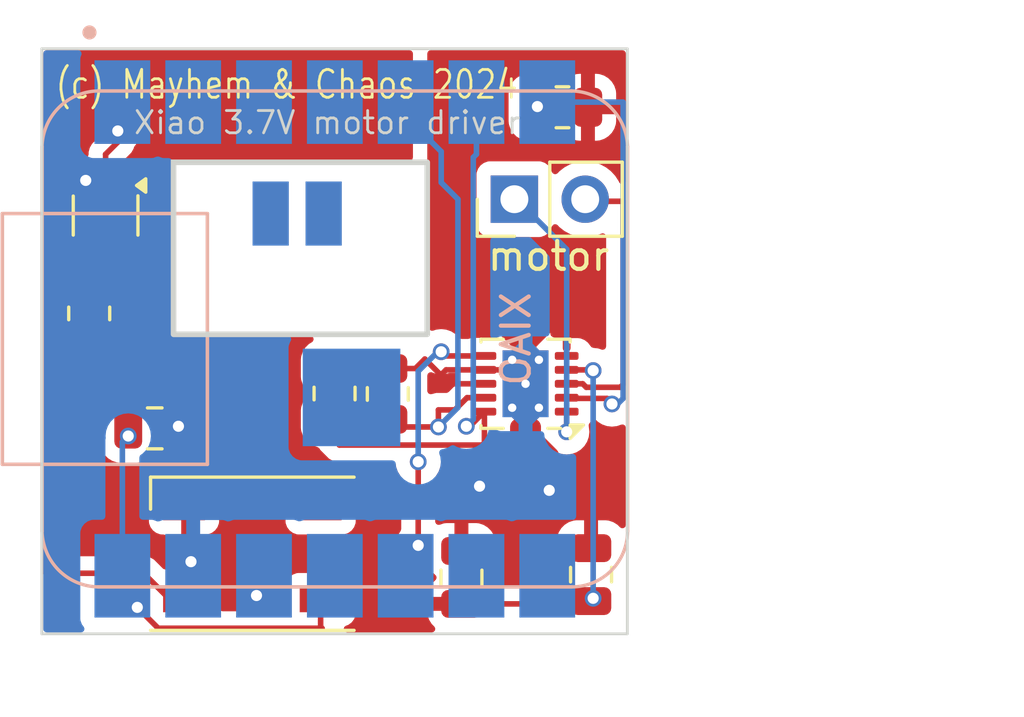
<source format=kicad_pcb>
(kicad_pcb (version 20240108) (generator "pcbnew") (generator_version "8.0")
  (layers (0 "F.Cu" signal) (31 "B.Cu" signal) (34 "B.Paste" user) (35 "F.Paste" user) (36 "B.SilkS" user "B.Silkscreen") (37 "F.SilkS" user "F.Silkscreen") (38 "B.Mask" user) (39 "F.Mask" user) (44 "Edge.Cuts" user))
  (net 0 "")
  (net 1 "/GND")
  (net 2 "/3V3")
  (net 3 "/OUT1")
  (net 4 "/5V")
  (net 5 "/OUT2")
  (net 6 "Net-(D2-DIN)")
  (net 8 "/SCL")
  (net 9 "/SDA")
  (net 10 "Net-(R5-Pad1)")
  (net 13 "/LED")
  (net 15 "/ISENSE")
  (net 16 "/FAULTn")
  (footprint "Connector_PinHeader_2.54mm:PinHeader_1x02_P2.54mm_Vertical" (layer "F.Cu") (at 130.45 92.65 90)
    (property "Reference" "J1" (hide yes))
    (property "Value" "Motor" (hide yes))
    (fp_line (start -1.33 -1.33) (end 0 -1.33) (stroke (width 0.12)) (layer "F.SilkS"))
    (fp_line (start -1.33 0) (end -1.33 -1.33) (stroke (width 0.12)) (layer "F.SilkS"))
    (fp_line (start 1.33 1.27) (end 1.33 3.87) (stroke (width 0.12)) (layer "F.SilkS"))
    (fp_line (start -1.33 1.27) (end 1.33 1.27) (stroke (width 0.12)) (layer "F.SilkS"))
    (fp_line (start -1.33 1.27) (end -1.33 3.87) (stroke (width 0.12)) (layer "F.SilkS"))
    (fp_line (start -1.33 3.87) (end 1.33 3.87) (stroke (width 0.12)) (layer "F.SilkS"))
    (pad "1" thru_hole rect (at 0 0 90) (size 1.7 1.7) (drill 1) (layers "*.Cu" "*.Mask") (net 5 "/OUT2"))
    (pad "2" thru_hole oval (at 0 2.54 90) (size 1.7 1.7) (drill 1) (layers "*.Cu" "*.Mask") (net 3 "/OUT1"))
  )
  (footprint "Package_SON:VSON-10-1EP_3x3mm_P0.5mm_EP1.65x2.4mm_ThermalVias" (layer "F.Cu") (at 130.85 99.275 180)
    (property "Reference" "U4" (hide yes))
    (property "Value" "DRV8830DRCR" (hide yes))
    (fp_line (start 1.6 1.6) (end 1.6 1.5) (stroke (width 0.12)) (layer "F.SilkS"))
    (fp_line (start 1.6 -1.6) (end 1.6 -1.5) (stroke (width 0.12)) (layer "F.SilkS"))
    (fp_line (start 0.8 1.6) (end 1.6 1.6) (stroke (width 0.12)) (layer "F.SilkS"))
    (fp_line (start 0.8 -1.6) (end 1.6 -1.6) (stroke (width 0.12)) (layer "F.SilkS"))
    (fp_line (start -0.8 -1.6) (end -1.26 -1.6) (stroke (width 0.12)) (layer "F.SilkS"))
    (fp_line (start -1.6 1.6) (end -0.8 1.6) (stroke (width 0.12)) (layer "F.SilkS"))
    (fp_line (start -1.6 1.5) (end -1.6 1.6) (stroke (width 0.12)) (layer "F.SilkS"))
    (fp_poly (pts (xy -1.6 -1.48) (xy -2.08 -1.48) (xy -1.6 -1.96) (xy -1.6 -1.48)) (stroke (width 0.12)) (fill solid) (layer "F.SilkS"))
    (pad "1" smd roundrect (at -1.475 -1 180) (size 0.85 0.28) (layers "F.Cu" "F.Paste" "F.Mask") (net 5 "/OUT2"))
    (pad "2" smd roundrect (at -1.475 -0.5 180) (size 0.85 0.28) (layers "F.Cu" "F.Paste" "F.Mask") (net 15 "/ISENSE"))
    (pad "3" smd roundrect (at -1.475 0 180) (size 0.85 0.28) (layers "F.Cu" "F.Paste" "F.Mask") (net 3 "/OUT1"))
    (pad "4" smd roundrect (at -1.475 0.5 180) (size 0.85 0.28) (layers "F.Cu" "F.Paste" "F.Mask") (net 2 "/3V3"))
    (pad "5" smd roundrect (at -1.475 1 180) (size 0.85 0.28) (layers "F.Cu" "F.Paste" "F.Mask") (net 1 "/GND"))
    (pad "6" smd roundrect (at 1.475 1 180) (size 0.85 0.28) (layers "F.Cu" "F.Paste" "F.Mask") (net 16 "/FAULTn"))
    (pad "7" smd roundrect (at 1.475 0.5 180) (size 0.85 0.28) (layers "F.Cu" "F.Paste" "F.Mask") (net 1 "/GND"))
    (pad "8" smd roundrect (at 1.475 0 180) (size 0.85 0.28) (layers "F.Cu" "F.Paste" "F.Mask") (net 1 "/GND"))
    (pad "9" smd roundrect (at 1.475 -0.5 180) (size 0.85 0.28) (layers "F.Cu" "F.Paste" "F.Mask") (net 9 "/SDA"))
    (pad "10" smd roundrect (at 1.475 -1 180) (size 0.85 0.28) (layers "F.Cu" "F.Paste" "F.Mask") (net 8 "/SCL"))
    (pad "11" thru_hole circle (at -0.48 -0.86 180) (size 0.6 0.6) (drill 0.3) (layers "*.Cu") (net 1 "/GND"))
    (pad "11" thru_hole circle (at -0.48 0.86 180) (size 0.6 0.6) (drill 0.3) (layers "*.Cu") (net 1 "/GND"))
    (pad "11" smd rect (at -0.25 -1.55 180) (size 0.28 0.7) (layers "F.Cu" "F.Paste" "F.Mask") (net 1 "/GND"))
    (pad "11" smd rect (at -0.25 1.55 180) (size 0.28 0.7) (layers "F.Cu" "F.Paste" "F.Mask") (net 1 "/GND"))
    (pad "11" thru_hole circle (at 0 0 180) (size 0.6 0.6) (drill 0.3) (layers "*.Cu") (net 1 "/GND"))
    (pad "11" smd rect (at 0 0 180) (size 1.65 2.4) (layers "F.Cu" "F.Mask") (net 1 "/GND"))
    (pad "11" smd rect (at 0 0 180) (size 1.65 2.4) (layers "B.Cu") (net 1 "/GND"))
    (pad "11" smd rect (at 0.25 -1.55 180) (size 0.28 0.7) (layers "F.Cu" "F.Paste" "F.Mask") (net 1 "/GND"))
    (pad "11" smd rect (at 0.25 1.55 180) (size 0.28 0.7) (layers "F.Cu" "F.Paste" "F.Mask") (net 1 "/GND"))
    (pad "11" thru_hole circle (at 0.48 -0.86 180) (size 0.6 0.6) (drill 0.3) (layers "*.Cu") (net 1 "/GND"))
    (pad "11" thru_hole circle (at 0.48 0.86 180) (size 0.6 0.6) (drill 0.3) (layers "*.Cu") (net 1 "/GND"))
  )
  (footprint "Resistor_SMD:R_0805_2012Metric" (layer "F.Cu") (at 125.91 99.64 90)
    (property "Reference" "R1" (hide yes))
    (property "Value" "4.7k" (hide yes))
    (fp_line (start -0.227064 -0.735) (end 0.227064 -0.735) (stroke (width 0.12)) (layer "F.SilkS"))
    (fp_line (start -0.227064 0.735) (end 0.227064 0.735) (stroke (width 0.12)) (layer "F.SilkS"))
    (pad "1" smd roundrect (at -0.9125 0 90) (size 1.025 1.4) (layers "F.Cu" "F.Paste" "F.Mask") (roundrect_rratio 0.243902) (net 9 "/SDA"))
    (pad "2" smd roundrect (at 0.9125 0 90) (size 1.025 1.4) (layers "F.Cu" "F.Paste" "F.Mask") (roundrect_rratio 0.243902) (net 1 "/GND"))
  )
  (footprint "Capacitor_SMD:C_0805_2012Metric" (layer "F.Cu") (at 128.55 106.225 90)
    (property "Reference" "C1" (hide yes))
    (property "Value" "100nF" (hide yes))
    (fp_line (start -0.261252 -0.735) (end 0.261252 -0.735) (stroke (width 0.12)) (layer "F.SilkS"))
    (fp_line (start -0.261252 0.735) (end 0.261252 0.735) (stroke (width 0.12)) (layer "F.SilkS"))
    (pad "1" smd roundrect (at -0.95 0 90) (size 1 1.45) (layers "F.Cu" "F.Paste" "F.Mask") (net 2 "/3V3"))
    (pad "2" smd roundrect (at 0.95 0 90) (size 1 1.45) (layers "F.Cu" "F.Paste" "F.Mask") (net 1 "/GND"))
  )
  (footprint "Package_TO_SOT_SMD:SOT-353_SC-70-5" (layer "F.Cu") (at 115.7875 93.2375 -90)
    (property "Reference" "U2" (hide yes))
    (property "Value" "74AHCT1G125" (hide yes))
    (fp_line (start -0.7 1.16) (end 0.7 1.16) (stroke (width 0.12)) (layer "F.SilkS"))
    (fp_line (start -0.71 -1.16) (end 0.7 -1.16) (stroke (width 0.12)) (layer "F.SilkS"))
    (fp_poly (pts (xy -1.08 -1.11) (xy -1.32 -1.44) (xy -0.84 -1.44) (xy -1.08 -1.11)) (stroke (width 0.12)) (fill solid) (layer "F.SilkS"))
    (pad "1" smd roundrect (at -0.95 -0.65 270) (size 0.65 0.4) (layers "F.Cu" "F.Paste" "F.Mask") (net 1 "/GND"))
    (pad "2" smd roundrect (at -0.95 0 270) (size 0.65 0.4) (layers "F.Cu" "F.Paste" "F.Mask") (net 13 "/LED"))
    (pad "3" smd roundrect (at -0.95 0.65 270) (size 0.65 0.4) (layers "F.Cu" "F.Paste" "F.Mask") (net 1 "/GND"))
    (pad "4" smd roundrect (at 0.95 0.65 270) (size 0.65 0.4) (layers "F.Cu" "F.Paste" "F.Mask") (net 10 "Net-(R5-Pad1)"))
    (pad "5" smd roundrect (at 0.95 -0.65 270) (size 0.65 0.4) (layers "F.Cu" "F.Paste" "F.Mask") (net 4 "/5V"))
  )
  (footprint "Resistor_SMD:R_0805_2012Metric" (layer "F.Cu") (at 132.175 89.35)
    (property "Reference" "R3" (hide yes))
    (property "Value" "SENSE" (hide yes))
    (fp_line (start -0.227064 -0.735) (end 0.227064 -0.735) (stroke (width 0.12)) (layer "F.SilkS"))
    (fp_line (start -0.227064 0.735) (end 0.227064 0.735) (stroke (width 0.12)) (layer "F.SilkS"))
    (pad "1" smd roundrect (at -0.9125 0) (size 1.025 1.4) (layers "F.Cu" "F.Paste" "F.Mask") (roundrect_rratio 0.243902) (net 15 "/ISENSE"))
    (pad "2" smd roundrect (at 0.9125 0) (size 1.025 1.4) (layers "F.Cu" "F.Paste" "F.Mask") (roundrect_rratio 0.243902) (net 1 "/GND"))
  )
  (footprint "Capacitor_SMD:C_0805_2012Metric" (layer "F.Cu") (at 117.55 100.875)
    (property "Reference" "C5" (hide yes))
    (property "Value" "100nF" (hide yes))
    (fp_line (start -0.261252 -0.735) (end 0.261252 -0.735) (stroke (width 0.12)) (layer "F.SilkS"))
    (fp_line (start -0.261252 0.735) (end 0.261252 0.735) (stroke (width 0.12)) (layer "F.SilkS"))
    (pad "1" smd roundrect (at -0.95 0) (size 1 1.45) (layers "F.Cu" "F.Paste" "F.Mask") (net 4 "/5V"))
    (pad "2" smd roundrect (at 0.95 0) (size 1 1.45) (layers "F.Cu" "F.Paste" "F.Mask") (net 1 "/GND"))
  )
  (footprint "LED_SMD:LED_WS2812B_PLCC4_5.0x5.0mm_P3.2mm" (layer "F.Cu") (at 121.05 105.375 180)
    (property "Reference" "D2" (hide yes))
    (property "Value" "WS2812B" (hide yes))
    (fp_line (start 3.65 2.75) (end 3.65 1.6) (stroke (width 0.12)) (layer "F.SilkS"))
    (fp_line (start -3.65 2.75) (end 3.65 2.75) (stroke (width 0.12)) (layer "F.SilkS"))
    (fp_line (start -3.65 -2.75) (end 3.65 -2.75) (stroke (width 0.12)) (layer "F.SilkS"))
    (pad "1" smd rect (at -2.45 -1.65 180) (size 1.5 0.9) (layers "F.Cu" "F.Paste" "F.Mask") (net 4 "/5V"))
    (pad "2" smd rect (at -2.45 1.65 180) (size 1.5 0.9) (layers "F.Cu" "F.Paste" "F.Mask"))
    (pad "3" smd rect (at 2.45 1.65 180) (size 1.5 0.9) (layers "F.Cu" "F.Paste" "F.Mask") (net 1 "/GND"))
    (pad "4" smd rect (at 2.45 -1.65 180) (size 1.5 0.9) (layers "F.Cu" "F.Paste" "F.Mask") (net 6 "Net-(D2-DIN)"))
  )
  (footprint "Resistor_SMD:R_0805_2012Metric" (layer "F.Cu") (at 115.2 96.75 -90)
    (property "Reference" "R5" (hide yes))
    (property "Value" "330" (hide yes))
    (fp_line (start -0.227064 0.735) (end 0.227064 0.735) (stroke (width 0.12)) (layer "F.SilkS"))
    (fp_line (start -0.227064 -0.735) (end 0.227064 -0.735) (stroke (width 0.12)) (layer "F.SilkS"))
    (pad "1" smd roundrect (at -0.9125 0 270) (size 1.025 1.4) (layers "F.Cu" "F.Paste" "F.Mask") (roundrect_rratio 0.243902) (net 10 "Net-(R5-Pad1)"))
    (pad "2" smd roundrect (at 0.9125 0 270) (size 1.025 1.4) (layers "F.Cu" "F.Paste" "F.Mask") (roundrect_rratio 0.243902) (net 6 "Net-(D2-DIN)"))
  )
  (footprint "Resistor_SMD:R_0805_2012Metric" (layer "F.Cu") (at 124 99.625 90)
    (property "Reference" "R2" (hide yes))
    (property "Value" "4.7k" (hide yes))
    (fp_line (start -0.227064 -0.735) (end 0.227064 -0.735) (stroke (width 0.12)) (layer "F.SilkS"))
    (fp_line (start -0.227064 0.735) (end 0.227064 0.735) (stroke (width 0.12)) (layer "F.SilkS"))
    (pad "1" smd roundrect (at -0.9125 0 90) (size 1.025 1.4) (layers "F.Cu" "F.Paste" "F.Mask") (roundrect_rratio 0.243902) (net 8 "/SCL"))
    (pad "2" smd roundrect (at 0.9125 0 90) (size 1.025 1.4) (layers "F.Cu" "F.Paste" "F.Mask") (roundrect_rratio 0.243902) (net 1 "/GND"))
  )
  (footprint "Capacitor_SMD:C_0805_2012Metric" (layer "F.Cu") (at 133.2 106.125 90)
    (property "Reference" "C2" (hide yes))
    (property "Value" "22uF" (hide yes))
    (fp_line (start -0.261252 -0.735) (end 0.261252 -0.735) (stroke (width 0.12)) (layer "F.SilkS"))
    (fp_line (start -0.261252 0.735) (end 0.261252 0.735) (stroke (width 0.12)) (layer "F.SilkS"))
    (pad "1" smd roundrect (at -0.95 0 90) (size 1 1.45) (layers "F.Cu" "F.Paste" "F.Mask") (net 2 "/3V3"))
    (pad "2" smd roundrect (at 0.95 0 90) (size 1 1.45) (layers "F.Cu" "F.Paste" "F.Mask") (net 1 "/GND"))
  )
  (footprint "Seeed Studio XIAO Series Library:XIAO-ESP32C3-14P-2.54-21X17.8MM" (layer "B.Cu") (at 124.009045 97.664985 -90)
    (property "Reference" "U1" (hide yes))
    (property "Value" "Seeed_Studio_XIAO_ESP32C3" (hide yes))
    (fp_line (start -4.5 11.92403) (end -4.5 4.57073) (stroke (width 0.127)) (layer "B.SilkS"))
    (fp_line (start 4.5 11.92403) (end -4.5 11.92403) (stroke (width 0.127)) (layer "B.SilkS"))
    (fp_line (start -6.9 10.49909) (end 6.9 10.49909) (stroke (width 0.127)) (layer "B.SilkS"))
    (fp_line (start 8.9 8.5) (end 8.9 -8.5) (stroke (width 0.127)) (layer "B.SilkS"))
    (fp_line (start -4.5 4.57073) (end 4.5 4.57073) (stroke (width 0.127)) (layer "B.SilkS"))
    (fp_line (start 4.5 4.57073) (end 4.5 11.92403) (stroke (width 0.127)) (layer "B.SilkS"))
    (fp_line (start -8.9 -8.5) (end -8.9 8.5) (stroke (width 0.127)) (layer "B.SilkS"))
    (fp_line (start 6.9 -10.5) (end -6.9 -10.5) (stroke (width 0.127)) (layer "B.SilkS"))
    (fp_arc (start -6.9 10.5) (mid -8.301491 9.901491) (end -8.9 8.5) (stroke (width 0.12)) (layer "B.SilkS"))
    (fp_arc (start 8.9 8.5) (mid 8.301492 9.901492) (end 6.9 10.5) (stroke (width 0.12)) (layer "B.SilkS"))
    (fp_arc (start -8.9 -8.5) (mid -8.301423 -9.901423) (end -6.9 -10.5) (stroke (width 0.12)) (layer "B.SilkS"))
    (fp_arc (start 6.9 -10.5) (mid 8.314214 -9.914214) (end 8.9 -8.5) (stroke (width 0.12)) (layer "B.SilkS"))
    (fp_circle (center -11 8.8) (end -11 9.054) (fill solid) (layer "B.SilkS"))
    (fp_poly (pts (xy -8.887715 8.561705) (xy -8.884667 8.610473) (xy -8.880603 8.659494)) (stroke (width 0.0254)) (fill none) (layer "B.SilkS"))
    (fp_poly (pts (xy 8.889492 -8.521574) (xy 8.887713 -8.57085) (xy 8.884665 -8.619618) (xy 8.880601 -8.668639) (xy 8.875268 -8.717407) (xy 8.868664 -8.766175) (xy 8.861044 -8.81469) (xy 8.852153 -8.86295) (xy 8.842248 -8.910955)) (stroke (width 0.0254)) (fill none) (layer "B.SilkS"))
    (fp_text user "XIAO" (at 0 -6.5 90) (layer "B.SilkS") (effects (justify mirror)))
    (pad "1" smd rect (at -8.5 7.62 270) (size 3 2) (layers "B.Cu" "B.Paste" "B.Mask") (net 13 "/LED"))
    (pad "2" smd rect (at -8.5 5.08 270) (size 3 2) (layers "B.Cu" "B.Paste" "B.Mask"))
    (pad "3" smd rect (at -8.5 2.54 270) (size 3 2) (layers "B.Cu" "B.Paste" "B.Mask"))
    (pad "4" smd rect (at -8.5 0 270) (size 3 2) (layers "B.Cu" "B.Paste" "B.Mask"))
    (pad "5" smd rect (at -8.5 -2.54 270) (size 3 2) (layers "B.Cu" "B.Paste" "B.Mask") (net 9 "/SDA"))
    (pad "6" smd rect (at -8.5 -5.08 90) (size 3 2) (layers "B.Cu" "B.Paste" "B.Mask") (net 8 "/SCL"))
    (pad "7" smd rect (at -8.5 -7.62 270) (size 3 2) (layers "B.Cu" "B.Paste" "B.Mask") (net 15 "/ISENSE"))
    (pad "8" smd rect (at 8.5 -7.62 270) (size 3 2) (layers "B.Cu" "B.Paste" "B.Mask"))
    (pad "9" smd rect (at 8.5 -5.08 270) (size 3 2) (layers "B.Cu" "B.Paste" "B.Mask"))
    (pad "10" smd rect (at 8.5 -2.54 270) (size 3 2) (layers "B.Cu" "B.Paste" "B.Mask") (net 16 "/FAULTn"))
    (pad "11" smd rect (at 8.5 0 270) (size 3 2) (layers "B.Cu" "B.Paste" "B.Mask"))
    (pad "12" smd rect (at 8.5 2.54 270) (size 3 2) (layers "B.Cu" "B.Paste" "B.Mask") (net 2 "/3V3"))
    (pad "13" smd rect (at 8.5 5.08 270) (size 3 2) (layers "B.Cu" "B.Paste" "B.Mask") (net 1 "/GND"))
    (pad "14" smd rect (at 8.5 7.62 270) (size 3 2) (layers "B.Cu" "B.Paste" "B.Mask") (net 4 "/5V"))
    (pad "21" smd rect (at -4.5 2.3 90) (size 2.3 1.3) (layers "B.Cu" "B.Paste" "B.Mask"))
    (pad "22" smd rect (at -4.5 0.4 90) (size 2.3 1.3) (layers "B.Cu" "B.Paste" "B.Mask"))
    (pad "23" smd rect (at 2.1 -0.6 90) (size 3.5 3.5) (layers "B.Cu" "B.Paste" "B.Mask"))
  )
  (gr_line (start 113.5 87.25) (end 113.5 108.25) (stroke (width 0.1)) (layer "Edge.Cuts"))
  (gr_line (start 134.5 87.25) (end 134.5 108.25) (stroke (width 0.1)) (layer "Edge.Cuts"))
  (gr_line (start 113.5 87.25) (end 134.5 87.25) (stroke (width 0.1)) (layer "Edge.Cuts"))
  (gr_line (start 113.5 108.25) (end 134.5 108.25) (stroke (width 0.1)) (layer "Edge.Cuts"))
  (gr_rect (start 118.225 91.325) (end 127.325 97.5) (stroke (width 0.2)) (fill none) (layer "Edge.Cuts"))
  (gr_text "motor" (at 129.41 95.28 0) (layer "F.SilkS") (effects (font (size 1 1)) (justify left bottom)))
  (gr_text "(c) Mayhem & Chaos 2024" (at 113.93 89.12 0) (layer "F.SilkS") (effects (font (size 1 0.8) (thickness 0.1)) (justify left bottom)))
  (gr_text "Xiao 3.7V motor driver" (at 116.74 90.37 0) (layer "Edge.Cuts") (effects (font (size 0.8 0.8) (thickness 0.1)) (justify left bottom)))
  (segment (start 131.1 97.725) (end 131.575 97.25) (width 0.5) (layer "F.Cu") (net 1))
  (segment (start 130.6 101.875) (end 130.575 101.9) (width 0.2) (layer "F.Cu") (net 1))
  (segment (start 129.375 98.775) (end 128 98.775) (width 0.2) (layer "F.Cu") (net 1))
  (segment (start 115.1375 92.5875) (end 115.675 93.125) (width 0.2) (layer "F.Cu") (net 1))
  (segment (start 130.175 97.4) (end 130.175 96.9) (width 0.5) (layer "F.Cu") (net 1))
  (segment (start 115.075 91.975) (end 115.1375 92.5875) (width 0.2) (layer "F.Cu") (net 1))
  (segment (start 118.85 105.66) (end 118.6 105.41) (width 0.2) (layer "F.Cu") (net 1))
  (segment (start 124 98.7125) (end 125.895 98.7125) (width 0.2) (layer "F.Cu") (net 1))
  (segment (start 127.2375 98.3875) (end 127.8125 98.9625) (width 0.2) (layer "F.Cu") (net 1))
  (segment (start 130.37 98.415) (end 130.01 98.775) (width 0.2) (layer "F.Cu") (net 1))
  (segment (start 126.8975 98.7275) (end 125.91 98.7275) (width 0.2) (layer "F.Cu") (net 1))
  (segment (start 127.2375 98.3875) (end 126.8975 98.7275) (width 0.2) (layer "F.Cu") (net 1))
  (segment (start 118.6 105.41) (end 118.6 103.725) (width 0.2) (layer "F.Cu") (net 1))
  (segment (start 131.1 97.725) (end 131.1 96.525) (width 0.5) (layer "F.Cu") (net 1))
  (segment (start 130.175 96.9) (end 130.15 96.875) (width 0.5) (layer "F.Cu") (net 1))
  (segment (start 125.895 98.7125) (end 125.91 98.7275) (width 0.2) (layer "F.Cu") (net 1))
  (segment (start 116.2 93.125) (end 116.4375 92.8875) (width 0.2) (layer "F.Cu") (net 1))
  (segment (start 131.1 101.2) (end 131.75 101.85) (width 0.6) (layer "F.Cu") (net 1))
  (segment (start 130.6 100.825) (end 130.6 101.425) (width 0.6) (layer "F.Cu") (net 1))
  (segment (start 125.8 98.4125) (end 125.825 98.3875) (width 0.2) (layer "F.Cu") (net 1))
  (segment (start 131.1 100.825) (end 131.1 102) (width 0.6) (layer "F.Cu") (net 1))
  (segment (start 127.8125 98.9625) (end 128.125 99.275) (width 0.2) (layer "F.Cu") (net 1))
  (segment (start 116.4375 92.8875) (end 116.4375 92.2875) (width 0.2) (layer "F.Cu") (net 1))
  (segment (start 115.1375 92.2875) (end 115.075 91.975) (width 0.2) (layer "F.Cu") (net 1))
  (segment (start 130.6 97.725) (end 130.6 96.55) (width 0.5) (layer "F.Cu") (net 1))
  (segment (start 130.6 100.825) (end 130.6 101.875) (width 0.6) (layer "F.Cu") (net 1))
  (segment (start 115.675 93.125) (end 116.2 93.125) (width 0.2) (layer "F.Cu") (net 1))
  (segment (start 128.125 99.275) (end 129.375 99.275) (width 0.2) (layer "F.Cu") (net 1))
  (segment (start 132.325 98.275) (end 132.325 97.55) (width 0.2) (layer "F.Cu") (net 1))
  (segment (start 130.01 98.775) (end 129.375 98.775) (width 0.2) (layer "F.Cu") (net 1))
  (segment (start 118.6 103.725) (end 118.3 103.725) (width 0.2) (layer "F.Cu") (net 1))
  (segment (start 130.5 97.725) (end 130.175 97.4) (width 0.5) (layer "F.Cu") (net 1))
  (segment (start 128 98.775) (end 127.8125 98.9625) (width 0.2) (layer "F.Cu") (net 1))
  (segment (start 118.575 103.75) (end 118.6 103.725) (width 0.2) (layer "F.Cu") (net 1))
  (segment (start 133.1 105.275) (end 133.2 105.175) (width 0.2) (layer "F.Cu") (net 1))
  (segment (start 131.1 100.825) (end 131.1 101.2) (width 0.6) (layer "F.Cu") (net 1))
  (segment (start 131.575 97.25) (end 131.575 96.975) (width 0.5) (layer "F.Cu") (net 1))
  (segment (start 130.6 101.425) (end 130.05 101.975) (width 0.6) (layer "F.Cu") (net 1))
  (via (at 129.2 102.95) (size 0.6) (drill 0.4) (layers "F.Cu" "B.Cu") (net 1))
  (via (at 131.7 103.1) (size 0.6) (drill 0.4) (layers "F.Cu" "B.Cu") (net 1))
  (via (at 118.85 105.66) (size 0.6) (drill 0.4) (layers "F.Cu" "B.Cu") (net 1))
  (via (at 115.075 91.975) (size 0.6) (drill 0.4) (layers "F.Cu" "B.Cu") (net 1))
  (via (at 118.4 100.8) (size 0.6) (drill 0.4) (layers "F.Cu" "B.Cu") (net 1))
  (segment (start 128.55 107.175) (end 133.1 107.175) (width 0.2) (layer "F.Cu") (net 2))
  (segment (start 128.35 106.975) (end 128.55 107.175) (width 0.2) (layer "F.Cu") (net 2))
  (segment (start 133.1 107.175) (end 133.2 107.075) (width 0.2) (layer "F.Cu") (net 2))
  (segment (start 133.25 98.775) (end 133.275 98.8) (width 0.2) (layer "F.Cu") (net 2))
  (segment (start 132.325 98.775) (end 133.25 98.775) (width 0.2) (layer "F.Cu") (net 2))
  (via (at 133.275 98.8) (size 0.6) (drill 0.4) (layers "F.Cu" "B.Cu") (net 2))
  (via (at 133.275 106.975) (size 0.6) (drill 0.4) (layers "F.Cu" "B.Cu") (net 2))
  (via (at 121.2 106.875) (size 0.6) (drill 0.4) (layers "F.Cu" "B.Cu") (net 2))
  (segment (start 133.275 98.8) (end 133.275 106.975) (width 0.2) (layer "B.Cu") (net 2))
  (segment (start 133.026471 99.4) (end 134.25 99.4) (width 0.2) (layer "F.Cu") (net 3))
  (segment (start 132.325 99.275) (end 132.901471 99.275) (width 0.2) (layer "F.Cu") (net 3))
  (segment (start 133.065 92.725) (end 132.99 92.65) (width 0.2) (layer "F.Cu") (net 3))
  (segment (start 134.25 99.4) (end 134.35 99.3) (width 0.2) (layer "F.Cu") (net 3))
  (segment (start 134.35 99.3) (end 134.35 92.725) (width 0.2) (layer "F.Cu") (net 3))
  (segment (start 134.35 92.725) (end 133.065 92.725) (width 0.2) (layer "F.Cu") (net 3))
  (segment (start 132.901471 99.275) (end 133.026471 99.4) (width 0.2) (layer "F.Cu") (net 3))
  (segment (start 116.4375 98.4375) (end 116.6 98.6) (width 0.2) (layer "F.Cu") (net 4))
  (segment (start 123.55 108.05) (end 123.5 108) (width 0.2) (layer "F.Cu") (net 4))
  (segment (start 117.675 108.05) (end 123.55 108.05) (width 0.2) (layer "F.Cu") (net 4))
  (segment (start 123.5 108) (end 123.5 107.025) (width 0.2) (layer "F.Cu") (net 4))
  (segment (start 116.6 98.6) (end 116.6 100.875) (width 0.2) (layer "F.Cu") (net 4))
  (segment (start 116.4375 98.4375) (end 116.4375 94.1875) (width 0.2) (layer "F.Cu") (net 4))
  (segment (start 116.925 107.3) (end 117.675 108.05) (width 0.2) (layer "F.Cu") (net 4))
  (via (at 116.6 101.15) (size 0.6) (drill 0.4) (layers "F.Cu" "B.Cu") (net 4))
  (via (at 116.925 107.3) (size 0.6) (drill 0.4) (layers "F.Cu" "B.Cu") (net 4))
  (segment (start 116.389045 101.360955) (end 116.6 101.15) (width 0.2) (layer "B.Cu") (net 4))
  (segment (start 116.389045 106.164985) (end 116.389045 101.360955) (width 0.2) (layer "B.Cu") (net 4))
  (segment (start 132.325 100.275) (end 132.325 101) (width 0.2) (layer "F.Cu") (net 5))
  (via (at 132.325 101) (size 0.6) (drill 0.4) (layers "F.Cu" "B.Cu") (net 5))
  (segment (start 130.525 92.65) (end 130.45 92.65) (width 0.2) (layer "B.Cu") (net 5))
  (segment (start 132.325 94.45) (end 130.525 92.65) (width 0.2) (layer "B.Cu") (net 5))
  (segment (start 132.325 101) (end 132.325 94.45) (width 0.2) (layer "B.Cu") (net 5))
  (segment (start 118.1 107.025) (end 117.15 106.075) (width 0.2) (layer "F.Cu") (net 6))
  (segment (start 118.6 107.025) (end 118.1 107.025) (width 0.2) (layer "F.Cu") (net 6))
  (segment (start 117.15 106.075) (end 113.65 106.075) (width 0.2) (layer "F.Cu") (net 6))
  (segment (start 118.55 107.075) (end 118.6 107.025) (width 0.2) (layer "F.Cu") (net 6))
  (segment (start 113.65 97.875) (end 113.8625 97.6625) (width 0.2) (layer "F.Cu") (net 6))
  (segment (start 113.65 106.075) (end 113.65 97.875) (width 0.2) (layer "F.Cu") (net 6))
  (segment (start 113.8625 97.6625) (end 115.2 97.6625) (width 0.2) (layer "F.Cu") (net 6))
  (segment (start 129.3 101.475) (end 124.175 101.475) (width 0.2) (layer "F.Cu") (net 8))
  (segment (start 124.175 101.475) (end 123.975 101.275) (width 0.2) (layer "F.Cu") (net 8))
  (segment (start 129.375 101.4) (end 129.3 101.475) (width 0.2) (layer "F.Cu") (net 8))
  (segment (start 129.375 100.275) (end 129.375 101.4) (width 0.2) (layer "F.Cu") (net 8))
  (segment (start 128.725 100.8) (end 128.85 100.8) (width 0.2) (layer "F.Cu") (net 8))
  (segment (start 128.85 100.8) (end 129.375 100.275) (width 0.2) (layer "F.Cu") (net 8))
  (segment (start 123.975 101.275) (end 123.975 100.2375) (width 0.2) (layer "F.Cu") (net 8))
  (via (at 128.725 100.8) (size 0.6) (drill 0.4) (layers "F.Cu" "B.Cu") (net 8))
  (segment (start 128.975 91.15) (end 128.975 100.55) (width 0.2) (layer "B.Cu") (net 8))
  (segment (start 129.089045 89.164985) (end 129.089045 91.035955) (width 0.2) (layer "B.Cu") (net 8))
  (segment (start 128.975 100.55) (end 128.725 100.8) (width 0.2) (layer "B.Cu") (net 8))
  (segment (start 129.089045 91.035955) (end 128.975 91.15) (width 0.2) (layer "B.Cu") (net 8))
  (segment (start 127.725 100.825) (end 127.725 100.2125) (width 0.2) (layer "F.Cu") (net 9))
  (segment (start 129.375 99.775) (end 128.75 99.775) (width 0.2) (layer "F.Cu") (net 9))
  (segment (start 128.75 99.775) (end 128.275 100.25) (width 0.2) (layer "F.Cu") (net 9))
  (segment (start 126.1825 100.825) (end 125.91 100.5525) (width 0.2) (layer "F.Cu") (net 9))
  (segment (start 127.725 100.825) (end 126.1825 100.825) (width 0.2) (layer "F.Cu") (net 9))
  (segment (start 128.2375 100.2125) (end 127.725 100.2125) (width 0.2) (layer "F.Cu") (net 9))
  (segment (start 128.275 100.25) (end 128.2375 100.2125) (width 0.2) (layer "F.Cu") (net 9))
  (via (at 127.725 100.825) (size 0.6) (drill 0.4) (layers "F.Cu" "B.Cu") (net 9))
  (segment (start 127.825 90.94094) (end 127.825 92.05) (width 0.2) (layer "B.Cu") (net 9))
  (segment (start 127.825 92.05) (end 128.424265 92.649265) (width 0.2) (layer "B.Cu") (net 9))
  (segment (start 128.424265 100.125735) (end 127.725 100.825) (width 0.2) (layer "B.Cu") (net 9))
  (segment (start 126.549045 89.164985) (end 126.549045 89.664985) (width 0.2) (layer "B.Cu") (net 9))
  (segment (start 128.424265 92.649265) (end 128.424265 100.125735) (width 0.2) (layer "B.Cu") (net 9))
  (segment (start 126.549045 89.664985) (end 127.825 90.94094) (width 0.2) (layer "B.Cu") (net 9))
  (segment (start 115.1375 94.1875) (end 115.1375 95.775) (width 0.2) (layer "F.Cu") (net 10))
  (segment (start 115.1375 95.775) (end 115.2 95.8375) (width 0.2) (layer "F.Cu") (net 10))
  (segment (start 116.225 90.6) (end 115.7875 91.0375) (width 0.2) (layer "F.Cu") (net 13))
  (segment (start 116.225 90.2) (end 116.225 90.6) (width 0.2) (layer "F.Cu") (net 13))
  (segment (start 115.7875 91.0375) (end 115.7875 92.2875) (width 0.2) (layer "F.Cu") (net 13))
  (via (at 116.225 90.2) (size 0.6) (drill 0.4) (layers "F.Cu" "B.Cu") (net 13))
  (segment (start 132.35 99.8) (end 133.775 99.8) (width 0.2) (layer "F.Cu") (net 15))
  (segment (start 132.325 99.775) (end 132.35 99.8) (width 0.2) (layer "F.Cu") (net 15))
  (segment (start 133.95 99.975) (end 133.95 100) (width 0.2) (layer "F.Cu") (net 15))
  (segment (start 133.775 99.8) (end 133.95 99.975) (width 0.2) (layer "F.Cu") (net 15))
  (via (at 131.275 89.325) (size 0.6) (drill 0.4) (layers "F.Cu" "B.Cu") (net 15))
  (via (at 133.95 100) (size 0.6) (drill 0.4) (layers "F.Cu" "B.Cu") (net 15))
  (segment (start 131.275 89.325) (end 131.46903 89.164985) (width 0.2) (layer "B.Cu") (net 15))
  (segment (start 133.95 100) (end 134.15 100) (width 0.2) (layer "B.Cu") (net 15))
  (segment (start 131.46903 89.164985) (end 131.629045 89.164985) (width 0.2) (layer "B.Cu") (net 15))
  (segment (start 134.35 99.8) (end 134.35 89.175) (width 0.2) (layer "B.Cu") (net 15))
  (segment (start 134.15 100) (end 134.35 99.8) (width 0.2) (layer "B.Cu") (net 15))
  (segment (start 134.339985 89.164985) (end 131.78906 89.164985) (width 0.2) (layer "B.Cu") (net 15))
  (segment (start 131.78906 89.164985) (end 131.275 89.325) (width 0.2) (layer "B.Cu") (net 15))
  (segment (start 134.35 89.175) (end 134.339985 89.164985) (width 0.2) (layer "B.Cu") (net 15))
  (segment (start 127.8 98.15) (end 127.824265 98.125735) (width 0.2) (layer "F.Cu") (net 16))
  (segment (start 127.925 98.275) (end 127.8 98.15) (width 0.2) (layer "F.Cu") (net 16))
  (segment (start 127 105.075) (end 127 102.075) (width 0.2) (layer "F.Cu") (net 16))
  (segment (start 129.375 98.275) (end 127.925 98.275) (width 0.2) (layer "F.Cu") (net 16))
  (via (at 127.824265 98.125735) (size 0.6) (drill 0.4) (layers "F.Cu" "B.Cu") (net 16))
  (via (at 127 105.075) (size 0.6) (drill 0.4) (layers "F.Cu" "B.Cu") (net 16))
  (via (at 127 102.075) (size 0.6) (drill 0.4) (layers "F.Cu" "B.Cu") (net 16))
  (segment (start 127 102.075) (end 127 98.825) (width 0.2) (layer "B.Cu") (net 16))
  (segment (start 127.699265 98.125735) (end 127.824265 98.125735) (width 0.2) (layer "B.Cu") (net 16))
  (segment (start 127 98.825) (end 127.699265 98.125735) (width 0.2) (layer "B.Cu") (net 16))
  (segment (start 127.1 105.61403) (end 126.549045 106.164985) (width 0.2) (layer "B.Cu") (net 16))
  (zone (net 1) (net_name "/GND") (layer "F.Cu") (priority 2) (connect_pads (clearance 0.508)) (min_thickness 0.25) (fill yes (thermal_gap 0.5) (thermal_bridge_width 0.5))
    (polygon (pts (xy 127.325 108.95) (xy 127.325 86.85) (xy 134.65 87.025) (xy 134.775 108.75)))
  )
  (zone (net 2) (net_name "/3V3") (layer "F.Cu") (connect_pads (clearance 0.508)) (min_thickness 0.25) (fill yes (thermal_gap 0.5) (thermal_bridge_width 0.5))
    (polygon (pts (xy 112.5 86) (xy 148 86) (xy 148 110.75) (xy 112.5 110.75)))
  )
  (zone (net 1) (net_name "/GND") (layer "B.Cu") (priority 1) (connect_pads (clearance 0.508)) (min_thickness 0.25) (fill yes (thermal_gap 0.5) (thermal_bridge_width 0.5))
    (polygon (pts (xy 112 85.5) (xy 148.75 85.5) (xy 148.75 111.25) (xy 112 111.25)))
  )
)
</source>
